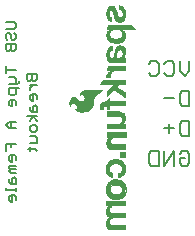
<source format=gbr>
G04 EAGLE Gerber RS-274X export*
G75*
%MOMM*%
%FSLAX34Y34*%
%LPD*%
%INSilkscreen Bottom*%
%IPPOS*%
%AMOC8*
5,1,8,0,0,1.08239X$1,22.5*%
G01*
%ADD10C,0.203200*%
%ADD11C,0.152400*%
%ADD12C,0.025400*%
%ADD13R,0.485100X0.495300*%

G36*
X81666Y127555D02*
X81666Y127555D01*
X81678Y127552D01*
X83585Y127840D01*
X83595Y127846D01*
X83607Y127846D01*
X85431Y128474D01*
X85440Y128481D01*
X85452Y128483D01*
X87133Y129430D01*
X87139Y129438D01*
X87150Y129441D01*
X88257Y130326D01*
X88261Y130334D01*
X88270Y130338D01*
X88297Y130366D01*
X88773Y130871D01*
X89242Y131369D01*
X89244Y131375D01*
X89246Y131376D01*
X89248Y131379D01*
X89253Y131383D01*
X90070Y132540D01*
X90072Y132550D01*
X90080Y132558D01*
X90680Y133788D01*
X90681Y133799D01*
X90689Y133809D01*
X91057Y135128D01*
X91055Y135139D01*
X91061Y135150D01*
X91185Y136514D01*
X91184Y136517D01*
X91184Y136518D01*
X91183Y136520D01*
X91185Y136525D01*
X91185Y138800D01*
X91250Y139168D01*
X91377Y139519D01*
X91966Y140509D01*
X92748Y141363D01*
X98230Y146235D01*
X98232Y146239D01*
X98237Y146241D01*
X98253Y146283D01*
X98272Y146324D01*
X98270Y146328D01*
X98272Y146333D01*
X98253Y146374D01*
X98238Y146416D01*
X98233Y146418D01*
X98231Y146422D01*
X98158Y146451D01*
X98147Y146455D01*
X98146Y146455D01*
X82982Y146455D01*
X82977Y146453D01*
X82971Y146455D01*
X82140Y146385D01*
X82129Y146379D01*
X82114Y146380D01*
X81315Y146140D01*
X81305Y146132D01*
X81291Y146130D01*
X80559Y145729D01*
X80551Y145719D01*
X80538Y145714D01*
X79988Y145244D01*
X79983Y145233D01*
X79971Y145226D01*
X79526Y144656D01*
X79523Y144644D01*
X79513Y144634D01*
X79192Y143986D01*
X79191Y143974D01*
X79183Y143962D01*
X78999Y143263D01*
X79001Y143252D01*
X78995Y143241D01*
X78922Y142301D01*
X78925Y142292D01*
X78922Y142281D01*
X78995Y141341D01*
X78997Y141337D01*
X78996Y141331D01*
X79072Y140848D01*
X79097Y140809D01*
X79118Y140769D01*
X79122Y140768D01*
X79124Y140765D01*
X79169Y140755D01*
X79213Y140743D01*
X79217Y140745D01*
X79221Y140744D01*
X79259Y140769D01*
X79298Y140793D01*
X79299Y140797D01*
X79303Y140799D01*
X79311Y140840D01*
X79323Y140880D01*
X79307Y141038D01*
X79335Y141176D01*
X79406Y141309D01*
X80005Y142133D01*
X80103Y142234D01*
X80119Y142251D01*
X80257Y142323D01*
X80672Y142416D01*
X81100Y142416D01*
X81516Y142323D01*
X81920Y142117D01*
X82248Y141804D01*
X82613Y141198D01*
X82820Y140520D01*
X82855Y139809D01*
X82758Y139199D01*
X82560Y138613D01*
X82267Y138070D01*
X81902Y137645D01*
X81442Y137330D01*
X80917Y137144D01*
X80361Y137101D01*
X79813Y137203D01*
X79310Y137443D01*
X78875Y137813D01*
X77334Y139266D01*
X77324Y139269D01*
X77318Y139278D01*
X75560Y140465D01*
X75547Y140467D01*
X75537Y140477D01*
X74849Y140757D01*
X74834Y140756D01*
X74819Y140765D01*
X74084Y140864D01*
X74069Y140860D01*
X74052Y140865D01*
X73315Y140778D01*
X73302Y140770D01*
X73284Y140770D01*
X72592Y140503D01*
X72581Y140492D01*
X72564Y140488D01*
X71961Y140057D01*
X71954Y140047D01*
X71942Y140041D01*
X71794Y139885D01*
X71794Y139884D01*
X71555Y139632D01*
X71317Y139380D01*
X71316Y139380D01*
X71284Y139345D01*
X71281Y139337D01*
X71273Y139332D01*
X70713Y138555D01*
X70710Y138545D01*
X70702Y138537D01*
X70314Y137757D01*
X70313Y137745D01*
X70305Y137734D01*
X70074Y136894D01*
X70075Y136882D01*
X70069Y136870D01*
X70003Y136002D01*
X70007Y135992D01*
X70003Y135980D01*
X70089Y135080D01*
X70093Y135071D01*
X70092Y135061D01*
X70312Y134183D01*
X70318Y134175D01*
X70319Y134163D01*
X70420Y133935D01*
X70572Y133579D01*
X70572Y133578D01*
X70793Y133074D01*
X70804Y133064D01*
X70809Y133047D01*
X71147Y132612D01*
X71154Y132609D01*
X71158Y132601D01*
X71183Y132576D01*
X71184Y132573D01*
X71276Y132538D01*
X71365Y132579D01*
X71398Y132664D01*
X71398Y133267D01*
X71456Y133778D01*
X71594Y134268D01*
X71849Y134749D01*
X72219Y135144D01*
X72679Y135430D01*
X73198Y135587D01*
X73501Y135599D01*
X73801Y135540D01*
X74295Y135334D01*
X74753Y135051D01*
X75163Y134700D01*
X75517Y134288D01*
X76168Y133386D01*
X76417Y132898D01*
X76515Y132369D01*
X76457Y131830D01*
X76392Y131656D01*
X76143Y131295D01*
X75804Y131021D01*
X75702Y130977D01*
X75581Y130961D01*
X74701Y130961D01*
X74660Y130944D01*
X74618Y130930D01*
X74616Y130925D01*
X74610Y130923D01*
X74594Y130882D01*
X74575Y130842D01*
X74577Y130836D01*
X74575Y130831D01*
X74587Y130804D01*
X74603Y130755D01*
X75524Y129629D01*
X75536Y129623D01*
X75543Y129611D01*
X76680Y128704D01*
X76691Y128701D01*
X76699Y128692D01*
X77633Y128190D01*
X77643Y128189D01*
X77651Y128183D01*
X78649Y127825D01*
X78658Y127825D01*
X78667Y127820D01*
X79706Y127613D01*
X79717Y127615D01*
X79727Y127611D01*
X81655Y127551D01*
X81666Y127555D01*
G37*
G36*
X111716Y186081D02*
X111716Y186081D01*
X111726Y186086D01*
X111738Y186084D01*
X113114Y186407D01*
X113123Y186414D01*
X113135Y186414D01*
X114435Y186970D01*
X114443Y186978D01*
X114454Y186980D01*
X115639Y187752D01*
X115645Y187761D01*
X115656Y187766D01*
X116363Y188423D01*
X116367Y188433D01*
X116377Y188439D01*
X116962Y189207D01*
X116964Y189218D01*
X116973Y189225D01*
X117419Y190081D01*
X117420Y190092D01*
X117428Y190101D01*
X117722Y191020D01*
X117721Y191030D01*
X117727Y191040D01*
X117916Y192252D01*
X117914Y192261D01*
X117917Y192270D01*
X117934Y193497D01*
X117931Y193505D01*
X117933Y193515D01*
X117778Y194732D01*
X117773Y194742D01*
X117773Y194754D01*
X117509Y195598D01*
X117501Y195608D01*
X117498Y195623D01*
X117061Y196392D01*
X117051Y196400D01*
X117046Y196414D01*
X116456Y197074D01*
X116444Y197080D01*
X116436Y197092D01*
X115720Y197612D01*
X115718Y197613D01*
X126822Y197613D01*
X126866Y197631D01*
X126910Y197648D01*
X126910Y197650D01*
X126913Y197651D01*
X126930Y197695D01*
X126948Y197739D01*
X126947Y197741D01*
X126948Y197743D01*
X126939Y197764D01*
X126916Y197824D01*
X123182Y201964D01*
X123176Y201966D01*
X123173Y201972D01*
X123113Y201996D01*
X123093Y202005D01*
X123090Y202004D01*
X123088Y202005D01*
X102514Y202005D01*
X102477Y201990D01*
X102438Y201980D01*
X102432Y201971D01*
X102423Y201967D01*
X102412Y201939D01*
X102390Y201903D01*
X101654Y198017D01*
X101657Y198002D01*
X101652Y197987D01*
X101667Y197955D01*
X101675Y197920D01*
X101688Y197912D01*
X101694Y197899D01*
X101733Y197884D01*
X101758Y197868D01*
X101769Y197871D01*
X101780Y197867D01*
X103697Y197891D01*
X103548Y197757D01*
X103547Y197756D01*
X103546Y197756D01*
X102581Y196867D01*
X102579Y196861D01*
X102572Y196857D01*
X102271Y196514D01*
X102267Y196503D01*
X102257Y196495D01*
X102024Y196101D01*
X102023Y196092D01*
X102016Y196084D01*
X101483Y194763D01*
X101483Y194752D01*
X101477Y194742D01*
X101375Y194260D01*
X101377Y194248D01*
X101372Y194236D01*
X101347Y192255D01*
X101351Y192244D01*
X101349Y192232D01*
X101532Y191147D01*
X101539Y191137D01*
X101539Y191123D01*
X101939Y190098D01*
X101947Y190091D01*
X101949Y190079D01*
X102490Y189177D01*
X102496Y189172D01*
X102499Y189163D01*
X103152Y188339D01*
X103162Y188333D01*
X103167Y188323D01*
X104057Y187531D01*
X104070Y187527D01*
X104079Y187515D01*
X105120Y186936D01*
X105132Y186934D01*
X105143Y186926D01*
X107256Y186252D01*
X107267Y186253D01*
X107278Y186247D01*
X109478Y185964D01*
X109489Y185967D01*
X109501Y185963D01*
X111716Y186081D01*
G37*
G36*
X117477Y27942D02*
X117477Y27942D01*
X117479Y27941D01*
X117522Y27961D01*
X117566Y27979D01*
X117566Y27981D01*
X117568Y27982D01*
X117601Y28067D01*
X117601Y32309D01*
X117600Y32311D01*
X117601Y32313D01*
X117581Y32356D01*
X117563Y32400D01*
X117561Y32400D01*
X117560Y32402D01*
X117475Y32435D01*
X107196Y32435D01*
X106316Y32542D01*
X105494Y32854D01*
X105111Y33115D01*
X104797Y33458D01*
X104571Y33864D01*
X104443Y34312D01*
X104375Y35216D01*
X104467Y36119D01*
X104593Y36529D01*
X104803Y36901D01*
X105089Y37219D01*
X105617Y37604D01*
X106212Y37877D01*
X106851Y38026D01*
X107954Y38101D01*
X117475Y38101D01*
X117477Y38102D01*
X117479Y38101D01*
X117522Y38121D01*
X117566Y38139D01*
X117566Y38141D01*
X117568Y38142D01*
X117601Y38227D01*
X117601Y42545D01*
X117600Y42547D01*
X117601Y42549D01*
X117581Y42592D01*
X117563Y42636D01*
X117561Y42636D01*
X117560Y42638D01*
X117475Y42671D01*
X106916Y42671D01*
X106253Y42751D01*
X105634Y42982D01*
X105087Y43352D01*
X104769Y43699D01*
X104536Y44108D01*
X104400Y44558D01*
X104369Y45035D01*
X104418Y45883D01*
X104500Y46323D01*
X104678Y46727D01*
X104944Y47082D01*
X105888Y47901D01*
X106426Y48185D01*
X107017Y48316D01*
X107639Y48286D01*
X107642Y48287D01*
X107645Y48286D01*
X117450Y48286D01*
X117452Y48287D01*
X117454Y48286D01*
X117497Y48306D01*
X117541Y48324D01*
X117541Y48326D01*
X117543Y48327D01*
X117576Y48412D01*
X117576Y52730D01*
X117575Y52732D01*
X117576Y52734D01*
X117556Y52777D01*
X117538Y52821D01*
X117536Y52821D01*
X117535Y52823D01*
X117450Y52856D01*
X101397Y52856D01*
X101395Y52855D01*
X101393Y52856D01*
X101350Y52836D01*
X101306Y52818D01*
X101306Y52816D01*
X101304Y52815D01*
X101271Y52730D01*
X101271Y48743D01*
X101272Y48741D01*
X101271Y48739D01*
X101291Y48696D01*
X101309Y48652D01*
X101311Y48652D01*
X101312Y48650D01*
X101397Y48617D01*
X103450Y48617D01*
X103443Y48586D01*
X103047Y48284D01*
X103044Y48278D01*
X103036Y48275D01*
X102249Y47513D01*
X102246Y47505D01*
X102239Y47501D01*
X101627Y46739D01*
X101623Y46725D01*
X101610Y46713D01*
X101206Y45823D01*
X101206Y45811D01*
X101198Y45800D01*
X100944Y44708D01*
X100946Y44699D01*
X100941Y44691D01*
X100814Y43319D01*
X100817Y43309D01*
X100814Y43298D01*
X100884Y42341D01*
X100889Y42331D01*
X100888Y42329D01*
X100889Y42327D01*
X100888Y42316D01*
X101149Y41393D01*
X101156Y41383D01*
X101158Y41370D01*
X101561Y40580D01*
X101570Y40572D01*
X101574Y40559D01*
X102120Y39861D01*
X102131Y39855D01*
X102137Y39843D01*
X102806Y39261D01*
X102818Y39258D01*
X102826Y39247D01*
X103484Y38867D01*
X103442Y38825D01*
X102961Y38370D01*
X102960Y38367D01*
X102957Y38366D01*
X102198Y37578D01*
X102195Y37569D01*
X102186Y37564D01*
X101548Y36675D01*
X101546Y36664D01*
X101538Y36656D01*
X101144Y35851D01*
X101144Y35839D01*
X101136Y35828D01*
X100904Y34963D01*
X100906Y34951D01*
X100900Y34939D01*
X100839Y34045D01*
X100842Y34036D01*
X100839Y34025D01*
X100946Y32746D01*
X100950Y32739D01*
X100948Y32732D01*
X101197Y31472D01*
X101203Y31463D01*
X101203Y31451D01*
X101529Y30585D01*
X101539Y30575D01*
X101542Y30560D01*
X102049Y29786D01*
X102061Y29779D01*
X102067Y29765D01*
X102731Y29119D01*
X102742Y29115D01*
X102745Y29110D01*
X102748Y29109D01*
X102752Y29103D01*
X103691Y28515D01*
X103704Y28513D01*
X103714Y28503D01*
X104753Y28117D01*
X104766Y28118D01*
X104778Y28111D01*
X105874Y27942D01*
X105883Y27945D01*
X105893Y27941D01*
X117475Y27941D01*
X117477Y27942D01*
G37*
G36*
X117478Y169303D02*
X117478Y169303D01*
X117504Y169304D01*
X117521Y169323D01*
X117543Y169333D01*
X117554Y169360D01*
X117570Y169378D01*
X117568Y169397D01*
X117576Y169418D01*
X117576Y173452D01*
X117579Y173488D01*
X117570Y173516D01*
X117566Y173556D01*
X117547Y173593D01*
X117525Y173612D01*
X117501Y173644D01*
X117465Y173666D01*
X117448Y173668D01*
X117432Y173680D01*
X117152Y173756D01*
X117149Y173755D01*
X117146Y173757D01*
X116117Y173984D01*
X116094Y173994D01*
X116088Y174000D01*
X116086Y174008D01*
X116087Y174017D01*
X116103Y174041D01*
X116806Y174868D01*
X116810Y174879D01*
X116820Y174888D01*
X117360Y175839D01*
X117361Y175850D01*
X117370Y175860D01*
X117722Y176895D01*
X117721Y176907D01*
X117727Y176917D01*
X117968Y178535D01*
X117965Y178545D01*
X117969Y178556D01*
X117931Y180191D01*
X117926Y180202D01*
X117928Y180216D01*
X117620Y181588D01*
X117612Y181599D01*
X117611Y181614D01*
X117005Y182883D01*
X116995Y182892D01*
X116991Y182906D01*
X116649Y183354D01*
X116639Y183360D01*
X116633Y183372D01*
X116213Y183749D01*
X116202Y183753D01*
X116194Y183763D01*
X115711Y184055D01*
X115700Y184057D01*
X115690Y184065D01*
X114697Y184438D01*
X114686Y184438D01*
X114675Y184444D01*
X113631Y184633D01*
X113620Y184630D01*
X113608Y184635D01*
X112547Y184632D01*
X112535Y184627D01*
X112520Y184629D01*
X111579Y184423D01*
X111567Y184414D01*
X111550Y184413D01*
X110688Y183984D01*
X110679Y183974D01*
X110664Y183969D01*
X110055Y183471D01*
X110049Y183460D01*
X110037Y183453D01*
X109539Y182843D01*
X109536Y182831D01*
X109525Y182822D01*
X109159Y182126D01*
X109158Y182115D01*
X109151Y182106D01*
X108667Y180621D01*
X108668Y180613D01*
X108663Y180604D01*
X108385Y179067D01*
X108386Y179063D01*
X108383Y179058D01*
X108155Y176852D01*
X107929Y175546D01*
X107764Y175077D01*
X107518Y174649D01*
X107257Y174365D01*
X107170Y174305D01*
X107073Y174263D01*
X106552Y174152D01*
X106021Y174152D01*
X105500Y174263D01*
X105186Y174402D01*
X104907Y174601D01*
X104673Y174854D01*
X104480Y175168D01*
X104352Y175514D01*
X104291Y175883D01*
X104241Y177238D01*
X104295Y177825D01*
X104460Y178386D01*
X104715Y178850D01*
X105071Y179240D01*
X105509Y179535D01*
X106004Y179719D01*
X106536Y179782D01*
X106578Y179782D01*
X106580Y179783D01*
X106582Y179782D01*
X106625Y179802D01*
X106669Y179820D01*
X106669Y179822D01*
X106671Y179823D01*
X106704Y179908D01*
X106704Y184049D01*
X106706Y184050D01*
X106716Y184092D01*
X106730Y184134D01*
X106727Y184140D01*
X106728Y184146D01*
X106712Y184171D01*
X106692Y184216D01*
X106666Y184241D01*
X106623Y184257D01*
X106574Y184276D01*
X106531Y184256D01*
X106488Y184237D01*
X105597Y184115D01*
X105586Y184109D01*
X105571Y184109D01*
X104630Y183775D01*
X104620Y183766D01*
X104606Y183763D01*
X103753Y183244D01*
X103745Y183233D01*
X103732Y183228D01*
X103002Y182545D01*
X102997Y182533D01*
X102985Y182525D01*
X102411Y181708D01*
X102408Y181696D01*
X102399Y181687D01*
X101870Y180529D01*
X101870Y180519D01*
X101863Y180510D01*
X101529Y179281D01*
X101530Y179272D01*
X101526Y179263D01*
X101312Y177523D01*
X101315Y177515D01*
X101312Y177507D01*
X101320Y175753D01*
X101323Y175746D01*
X101321Y175737D01*
X101551Y173998D01*
X101556Y173990D01*
X101555Y173979D01*
X101980Y172565D01*
X101988Y172556D01*
X101989Y172542D01*
X102683Y171239D01*
X102693Y171230D01*
X102698Y171216D01*
X103181Y170654D01*
X103195Y170647D01*
X103204Y170633D01*
X103809Y170206D01*
X103824Y170203D01*
X103836Y170191D01*
X104527Y169924D01*
X104542Y169925D01*
X104557Y169917D01*
X105293Y169826D01*
X105300Y169828D01*
X105308Y169825D01*
X110134Y169825D01*
X110136Y169826D01*
X110138Y169825D01*
X110153Y169832D01*
X110237Y169800D01*
X114575Y169825D01*
X115912Y169723D01*
X117207Y169374D01*
X117406Y169300D01*
X117431Y169301D01*
X117454Y169292D01*
X117478Y169303D01*
G37*
G36*
X117515Y139858D02*
X117515Y139858D01*
X117527Y139856D01*
X117558Y139878D01*
X117594Y139895D01*
X117598Y139906D01*
X117607Y139912D01*
X117612Y139942D01*
X117626Y139980D01*
X117601Y145060D01*
X117594Y145077D01*
X117596Y145095D01*
X117574Y145124D01*
X117562Y145150D01*
X117550Y145155D01*
X117540Y145167D01*
X110562Y149400D01*
X110768Y149612D01*
X110890Y149739D01*
X111013Y149865D01*
X111381Y150244D01*
X111504Y150370D01*
X111627Y150496D01*
X111995Y150875D01*
X112117Y151001D01*
X112169Y151055D01*
X117577Y151055D01*
X117579Y151056D01*
X117581Y151055D01*
X117624Y151075D01*
X117668Y151093D01*
X117668Y151095D01*
X117670Y151096D01*
X117703Y151181D01*
X117703Y155321D01*
X117702Y155324D01*
X117703Y155327D01*
X117666Y155410D01*
X117615Y155461D01*
X117612Y155463D01*
X117611Y155465D01*
X117526Y155498D01*
X98196Y155498D01*
X98177Y155490D01*
X98157Y155492D01*
X98130Y155471D01*
X98105Y155460D01*
X98100Y155446D01*
X98086Y155435D01*
X95724Y151295D01*
X95720Y151260D01*
X95708Y151228D01*
X95715Y151213D01*
X95713Y151197D01*
X95735Y151170D01*
X95749Y151139D01*
X95765Y151132D01*
X95775Y151120D01*
X95802Y151118D01*
X95834Y151106D01*
X107264Y151106D01*
X101790Y145631D01*
X101789Y145628D01*
X101786Y145627D01*
X101753Y145542D01*
X101753Y140868D01*
X101753Y140866D01*
X101753Y140865D01*
X101773Y140821D01*
X101791Y140777D01*
X101793Y140777D01*
X101794Y140775D01*
X101838Y140759D01*
X101883Y140742D01*
X101885Y140743D01*
X101886Y140742D01*
X101969Y140780D01*
X107535Y146471D01*
X117430Y139874D01*
X117468Y139867D01*
X117505Y139853D01*
X117515Y139858D01*
G37*
G36*
X117477Y113642D02*
X117477Y113642D01*
X117479Y113641D01*
X117522Y113661D01*
X117566Y113679D01*
X117566Y113681D01*
X117568Y113682D01*
X117601Y113767D01*
X117601Y117780D01*
X117600Y117782D01*
X117601Y117784D01*
X117581Y117827D01*
X117563Y117871D01*
X117561Y117871D01*
X117560Y117873D01*
X117475Y117906D01*
X115418Y117906D01*
X116059Y118413D01*
X116063Y118421D01*
X116072Y118425D01*
X116121Y118477D01*
X116241Y118603D01*
X116361Y118729D01*
X116480Y118855D01*
X116600Y118982D01*
X116720Y119108D01*
X116840Y119234D01*
X116857Y119252D01*
X116860Y119261D01*
X116868Y119266D01*
X117527Y120196D01*
X117529Y120205D01*
X117537Y120213D01*
X117660Y120458D01*
X117660Y120469D01*
X117667Y120478D01*
X117748Y120740D01*
X117747Y120749D01*
X117752Y120758D01*
X117976Y122236D01*
X117973Y122244D01*
X117977Y122252D01*
X118007Y123746D01*
X118003Y123756D01*
X118006Y123767D01*
X117859Y124800D01*
X117853Y124811D01*
X117853Y124824D01*
X117510Y125810D01*
X117502Y125819D01*
X117500Y125832D01*
X116974Y126734D01*
X116964Y126741D01*
X116959Y126754D01*
X116731Y127008D01*
X116720Y127014D01*
X116712Y127025D01*
X115827Y127686D01*
X115816Y127688D01*
X115807Y127698D01*
X114817Y128186D01*
X114805Y128186D01*
X114795Y128194D01*
X113732Y128494D01*
X113721Y128492D01*
X113709Y128498D01*
X112610Y128599D01*
X112604Y128597D01*
X112598Y128599D01*
X101803Y128599D01*
X101801Y128598D01*
X101799Y128599D01*
X101756Y128579D01*
X101712Y128561D01*
X101712Y128559D01*
X101710Y128558D01*
X101677Y128473D01*
X101677Y124333D01*
X101678Y124331D01*
X101677Y124329D01*
X101697Y124286D01*
X101715Y124242D01*
X101717Y124242D01*
X101718Y124240D01*
X101803Y124207D01*
X111800Y124207D01*
X112630Y124058D01*
X113398Y123715D01*
X113760Y123443D01*
X114061Y123102D01*
X114286Y122707D01*
X114509Y122018D01*
X114589Y121299D01*
X114522Y120578D01*
X114310Y119887D01*
X114022Y119377D01*
X113625Y118946D01*
X113140Y118619D01*
X112590Y118410D01*
X111386Y118185D01*
X110156Y118109D01*
X101854Y118109D01*
X101852Y118108D01*
X101850Y118109D01*
X101807Y118089D01*
X101763Y118071D01*
X101763Y118069D01*
X101761Y118068D01*
X101728Y117983D01*
X101728Y113767D01*
X101729Y113765D01*
X101728Y113763D01*
X101748Y113720D01*
X101766Y113676D01*
X101768Y113676D01*
X101769Y113674D01*
X101854Y113641D01*
X117475Y113641D01*
X117477Y113642D01*
G37*
G36*
X117452Y96497D02*
X117452Y96497D01*
X117454Y96496D01*
X117497Y96516D01*
X117541Y96534D01*
X117541Y96536D01*
X117543Y96537D01*
X117576Y96622D01*
X117576Y100711D01*
X117575Y100713D01*
X117576Y100715D01*
X117556Y100758D01*
X117538Y100802D01*
X117536Y100802D01*
X117535Y100804D01*
X117450Y100837D01*
X107804Y100837D01*
X107086Y100902D01*
X106398Y101093D01*
X105756Y101403D01*
X105369Y101699D01*
X105060Y102073D01*
X104843Y102508D01*
X104766Y102808D01*
X104749Y103124D01*
X104799Y104229D01*
X104886Y104785D01*
X105090Y105301D01*
X105404Y105758D01*
X105973Y106275D01*
X106652Y106638D01*
X107402Y106855D01*
X108185Y106935D01*
X117551Y106935D01*
X117553Y106936D01*
X117555Y106935D01*
X117598Y106955D01*
X117642Y106973D01*
X117642Y106975D01*
X117644Y106976D01*
X117677Y107061D01*
X117677Y111277D01*
X117676Y111279D01*
X117677Y111281D01*
X117657Y111324D01*
X117639Y111368D01*
X117637Y111368D01*
X117636Y111370D01*
X117551Y111403D01*
X101829Y111403D01*
X101827Y111402D01*
X101825Y111403D01*
X101782Y111383D01*
X101738Y111365D01*
X101738Y111363D01*
X101736Y111362D01*
X101703Y111277D01*
X101703Y107239D01*
X101704Y107237D01*
X101703Y107235D01*
X101723Y107192D01*
X101741Y107148D01*
X101743Y107148D01*
X101744Y107146D01*
X101829Y107113D01*
X103897Y107113D01*
X103868Y107071D01*
X103732Y106957D01*
X103354Y106680D01*
X103352Y106676D01*
X103347Y106674D01*
X102874Y106272D01*
X102870Y106265D01*
X102862Y106261D01*
X102446Y105800D01*
X102443Y105790D01*
X102433Y105782D01*
X101866Y104884D01*
X101863Y104871D01*
X101854Y104860D01*
X101485Y103864D01*
X101485Y103851D01*
X101478Y103838D01*
X101323Y102786D01*
X101326Y102776D01*
X101322Y102765D01*
X101330Y102426D01*
X101330Y102425D01*
X101352Y101542D01*
X101362Y101163D01*
X101372Y100759D01*
X101376Y100749D01*
X101374Y100736D01*
X101580Y99759D01*
X101588Y99747D01*
X101589Y99731D01*
X102011Y98826D01*
X102022Y98817D01*
X102026Y98802D01*
X102644Y98017D01*
X102655Y98011D01*
X102661Y97999D01*
X103236Y97510D01*
X103247Y97507D01*
X103254Y97497D01*
X103903Y97113D01*
X103914Y97111D01*
X103923Y97103D01*
X104628Y96834D01*
X104637Y96834D01*
X104646Y96829D01*
X105753Y96589D01*
X105762Y96591D01*
X105770Y96587D01*
X106899Y96496D01*
X106904Y96498D01*
X106909Y96496D01*
X117450Y96496D01*
X117452Y96497D01*
G37*
G36*
X111064Y54688D02*
X111064Y54688D01*
X111072Y54692D01*
X111083Y54691D01*
X113547Y55377D01*
X113561Y55388D01*
X113580Y55392D01*
X114875Y56205D01*
X114884Y56217D01*
X114899Y56225D01*
X116042Y57419D01*
X116046Y57428D01*
X116054Y57433D01*
X116841Y58550D01*
X116845Y58567D01*
X116857Y58582D01*
X117492Y60436D01*
X117491Y60450D01*
X117499Y60464D01*
X117753Y62979D01*
X117748Y62993D01*
X117752Y63009D01*
X117346Y66006D01*
X117334Y66027D01*
X117328Y66056D01*
X115550Y68901D01*
X115538Y68910D01*
X115533Y68919D01*
X115524Y68922D01*
X115511Y68940D01*
X113022Y70540D01*
X112999Y70544D01*
X112974Y70559D01*
X109088Y71169D01*
X109066Y71163D01*
X109040Y71167D01*
X105484Y70354D01*
X105463Y70339D01*
X105434Y70330D01*
X102716Y68196D01*
X102704Y68174D01*
X102681Y68153D01*
X101004Y64775D01*
X101003Y64755D01*
X100992Y64734D01*
X100815Y63261D01*
X100817Y63254D01*
X100814Y63246D01*
X100814Y63195D01*
X100822Y63175D01*
X100823Y63149D01*
X100873Y63022D01*
X100893Y63001D01*
X100905Y62975D01*
X100927Y62966D01*
X100942Y62951D01*
X100965Y62952D01*
X100990Y62942D01*
X103911Y62942D01*
X103951Y62959D01*
X103992Y62971D01*
X103996Y62978D01*
X104002Y62980D01*
X104013Y63008D01*
X104036Y63051D01*
X104186Y64146D01*
X104821Y65294D01*
X105905Y66082D01*
X106794Y66478D01*
X108268Y66752D01*
X110127Y66803D01*
X111376Y66628D01*
X112524Y66253D01*
X113551Y65715D01*
X114559Y64067D01*
X114781Y62319D01*
X114189Y60568D01*
X113208Y59489D01*
X111998Y58946D01*
X110450Y58571D01*
X109025Y58571D01*
X107096Y58822D01*
X105484Y59566D01*
X104675Y60400D01*
X104162Y61353D01*
X104063Y62540D01*
X104063Y62636D01*
X104062Y62639D01*
X104063Y62642D01*
X104043Y62684D01*
X104025Y62727D01*
X104022Y62728D01*
X104020Y62731D01*
X103935Y62762D01*
X103933Y62762D01*
X100963Y62712D01*
X100954Y62708D01*
X100945Y62711D01*
X100910Y62689D01*
X100873Y62672D01*
X100870Y62664D01*
X100862Y62659D01*
X100849Y62607D01*
X100839Y62580D01*
X100841Y62575D01*
X100840Y62570D01*
X101094Y60563D01*
X101100Y60552D01*
X101100Y60538D01*
X101659Y58912D01*
X101670Y58900D01*
X101674Y58881D01*
X103045Y56900D01*
X103058Y56892D01*
X103067Y56876D01*
X104337Y55784D01*
X104353Y55779D01*
X104368Y55765D01*
X106705Y54724D01*
X106722Y54723D01*
X106740Y54714D01*
X108925Y54434D01*
X108940Y54438D01*
X108956Y54434D01*
X111064Y54688D01*
G37*
G36*
X113674Y203912D02*
X113674Y203912D01*
X113682Y203916D01*
X113692Y203915D01*
X114356Y204058D01*
X114366Y204064D01*
X114379Y204065D01*
X115004Y204331D01*
X115013Y204339D01*
X115025Y204342D01*
X115589Y204721D01*
X115596Y204731D01*
X115607Y204736D01*
X116350Y205462D01*
X116354Y205472D01*
X116365Y205478D01*
X116971Y206322D01*
X116973Y206332D01*
X116982Y206341D01*
X117433Y207276D01*
X117434Y207287D01*
X117441Y207297D01*
X117724Y208297D01*
X117722Y208305D01*
X117727Y208314D01*
X117909Y209628D01*
X117908Y209635D01*
X117910Y209641D01*
X117957Y210968D01*
X117955Y210974D01*
X117957Y210981D01*
X117779Y213547D01*
X117774Y213556D01*
X117776Y213566D01*
X117564Y214487D01*
X117556Y214498D01*
X117555Y214512D01*
X117158Y215369D01*
X117151Y215375D01*
X117149Y215384D01*
X116387Y216578D01*
X116381Y216583D01*
X116378Y216591D01*
X115947Y217106D01*
X115936Y217111D01*
X115930Y217123D01*
X115406Y217543D01*
X115395Y217547D01*
X115386Y217557D01*
X114790Y217866D01*
X114781Y217867D01*
X114773Y217874D01*
X113503Y218306D01*
X113493Y218305D01*
X113484Y218310D01*
X112900Y218412D01*
X112893Y218411D01*
X112887Y218414D01*
X112531Y218439D01*
X112524Y218437D01*
X112518Y218439D01*
X112492Y218427D01*
X112462Y218424D01*
X112461Y218423D01*
X112460Y218423D01*
X112451Y218412D01*
X112438Y218407D01*
X112435Y218401D01*
X112429Y218398D01*
X112417Y218368D01*
X112401Y218348D01*
X112401Y218346D01*
X112400Y218345D01*
X112401Y218330D01*
X112396Y218318D01*
X112397Y218316D01*
X112396Y218313D01*
X112396Y214452D01*
X112397Y214450D01*
X112396Y214448D01*
X112416Y214405D01*
X112434Y214361D01*
X112436Y214361D01*
X112437Y214359D01*
X112522Y214326D01*
X112569Y214326D01*
X113066Y214297D01*
X113528Y214151D01*
X113942Y213895D01*
X114385Y213453D01*
X114722Y212926D01*
X114939Y212339D01*
X115012Y211777D01*
X115012Y210447D01*
X114938Y209844D01*
X114741Y209277D01*
X114429Y208764D01*
X114339Y208673D01*
X114214Y208547D01*
X114145Y208477D01*
X113800Y208268D01*
X113415Y208151D01*
X113011Y208134D01*
X112616Y208219D01*
X112254Y208400D01*
X111950Y208665D01*
X111719Y209001D01*
X111249Y210108D01*
X110943Y211281D01*
X110080Y214913D01*
X110075Y214920D01*
X110075Y214929D01*
X109769Y215737D01*
X109763Y215744D01*
X109761Y215754D01*
X109334Y216505D01*
X109327Y216511D01*
X109323Y216521D01*
X108786Y217198D01*
X108776Y217203D01*
X108770Y217214D01*
X108385Y217551D01*
X108372Y217555D01*
X108363Y217566D01*
X107916Y217815D01*
X107903Y217816D01*
X107892Y217825D01*
X107403Y217977D01*
X107391Y217975D01*
X107378Y217982D01*
X106242Y218087D01*
X106229Y218084D01*
X106216Y218087D01*
X105082Y217958D01*
X105071Y217952D01*
X105057Y217953D01*
X103973Y217595D01*
X103964Y217587D01*
X103950Y217585D01*
X103428Y217286D01*
X103421Y217276D01*
X103408Y217271D01*
X102953Y216877D01*
X102948Y216866D01*
X102937Y216859D01*
X102567Y216383D01*
X102564Y216372D01*
X102555Y216363D01*
X101901Y215082D01*
X101900Y215071D01*
X101893Y215061D01*
X101482Y213683D01*
X101483Y213672D01*
X101477Y213660D01*
X101322Y212231D01*
X101324Y212224D01*
X101322Y212217D01*
X101322Y210414D01*
X101324Y210408D01*
X101322Y210401D01*
X101462Y209008D01*
X101467Y208999D01*
X101466Y208988D01*
X101834Y207637D01*
X101842Y207628D01*
X101843Y207614D01*
X102381Y206517D01*
X102391Y206508D01*
X102395Y206494D01*
X103152Y205535D01*
X103162Y205529D01*
X103168Y205518D01*
X103563Y205170D01*
X103572Y205167D01*
X103578Y205158D01*
X104020Y204872D01*
X104030Y204870D01*
X104037Y204863D01*
X104825Y204507D01*
X104830Y204507D01*
X104834Y204503D01*
X105392Y204300D01*
X105426Y204302D01*
X105460Y204295D01*
X105474Y204304D01*
X105486Y204295D01*
X105492Y204297D01*
X105499Y204293D01*
X106210Y204217D01*
X106218Y204220D01*
X106227Y204217D01*
X106264Y204234D01*
X106304Y204246D01*
X106308Y204254D01*
X106316Y204258D01*
X106336Y204308D01*
X106349Y204334D01*
X106347Y204338D01*
X106349Y204343D01*
X106349Y208229D01*
X106331Y208273D01*
X106313Y208317D01*
X106312Y208318D01*
X106311Y208320D01*
X106292Y208327D01*
X106231Y208355D01*
X105971Y208371D01*
X105728Y208426D01*
X105376Y208576D01*
X105063Y208794D01*
X104799Y209070D01*
X104528Y209492D01*
X104339Y209959D01*
X104241Y210455D01*
X104197Y211303D01*
X104241Y212151D01*
X104326Y212600D01*
X104483Y213024D01*
X104678Y213325D01*
X104946Y213558D01*
X105288Y213713D01*
X105660Y213761D01*
X106029Y213696D01*
X106390Y213512D01*
X106683Y213229D01*
X107099Y212554D01*
X107371Y211802D01*
X107775Y209779D01*
X107776Y209778D01*
X107776Y209777D01*
X108157Y208054D01*
X108162Y208047D01*
X108162Y208038D01*
X108772Y206382D01*
X108778Y206376D01*
X108779Y206366D01*
X109184Y205610D01*
X109191Y205604D01*
X109194Y205595D01*
X109702Y204903D01*
X109712Y204898D01*
X109717Y204886D01*
X110067Y204554D01*
X110079Y204549D01*
X110088Y204538D01*
X110500Y204286D01*
X110514Y204284D01*
X110526Y204274D01*
X111529Y203937D01*
X111544Y203938D01*
X111558Y203930D01*
X112613Y203836D01*
X112622Y203839D01*
X112633Y203836D01*
X113674Y203912D01*
G37*
G36*
X111535Y72240D02*
X111535Y72240D01*
X111539Y72239D01*
X112014Y72271D01*
X112021Y72275D01*
X112031Y72273D01*
X112496Y72368D01*
X112505Y72374D01*
X112517Y72374D01*
X113908Y72916D01*
X113917Y72925D01*
X113931Y72928D01*
X115182Y73743D01*
X115189Y73754D01*
X115202Y73759D01*
X116260Y74812D01*
X116265Y74824D01*
X116277Y74833D01*
X117097Y76080D01*
X117100Y76091D01*
X117108Y76100D01*
X117570Y77193D01*
X117570Y77203D01*
X117576Y77212D01*
X117858Y78365D01*
X117857Y78375D01*
X117861Y78385D01*
X117957Y79568D01*
X117954Y79576D01*
X117957Y79586D01*
X117858Y81172D01*
X117855Y81179D01*
X117856Y81187D01*
X117574Y82750D01*
X117569Y82758D01*
X117570Y82768D01*
X117215Y83838D01*
X117209Y83846D01*
X117207Y83857D01*
X116681Y84854D01*
X116673Y84861D01*
X116669Y84872D01*
X115985Y85768D01*
X115976Y85773D01*
X115971Y85784D01*
X115148Y86554D01*
X115139Y86558D01*
X115132Y86567D01*
X114116Y87249D01*
X114106Y87251D01*
X114098Y87259D01*
X112988Y87773D01*
X112978Y87774D01*
X112969Y87780D01*
X111791Y88114D01*
X111781Y88113D01*
X111772Y88118D01*
X110556Y88263D01*
X110547Y88261D01*
X110537Y88264D01*
X108048Y88188D01*
X108039Y88184D01*
X108027Y88186D01*
X106537Y87888D01*
X106527Y87881D01*
X106514Y87881D01*
X105108Y87304D01*
X105100Y87296D01*
X105087Y87293D01*
X103816Y86459D01*
X103810Y86449D01*
X103798Y86444D01*
X102710Y85383D01*
X102705Y85372D01*
X102694Y85364D01*
X101829Y84115D01*
X101826Y84103D01*
X101817Y84094D01*
X101205Y82703D01*
X101205Y82691D01*
X101198Y82679D01*
X100865Y81173D01*
X100868Y81161D01*
X100862Y81148D01*
X100839Y79606D01*
X100842Y79597D01*
X100840Y79588D01*
X101029Y78153D01*
X101032Y78148D01*
X101031Y78142D01*
X101350Y76731D01*
X101356Y76723D01*
X101356Y76713D01*
X101813Y75556D01*
X101823Y75546D01*
X101826Y75532D01*
X102523Y74501D01*
X102534Y74494D01*
X102541Y74480D01*
X103444Y73625D01*
X103456Y73620D01*
X103466Y73608D01*
X104532Y72968D01*
X104544Y72966D01*
X104553Y72958D01*
X105708Y72533D01*
X105718Y72533D01*
X105727Y72528D01*
X106935Y72291D01*
X106949Y72294D01*
X106963Y72289D01*
X106996Y72304D01*
X107031Y72311D01*
X107039Y72324D01*
X107052Y72330D01*
X107068Y72369D01*
X107084Y72395D01*
X107081Y72405D01*
X107085Y72415D01*
X107085Y76606D01*
X107084Y76608D01*
X107085Y76610D01*
X107065Y76653D01*
X107047Y76697D01*
X107045Y76697D01*
X107044Y76699D01*
X106959Y76732D01*
X106941Y76732D01*
X106362Y76799D01*
X105820Y76992D01*
X105335Y77303D01*
X104934Y77716D01*
X104636Y78209D01*
X104375Y79001D01*
X104292Y79833D01*
X104358Y80673D01*
X104539Y81494D01*
X104725Y81908D01*
X105015Y82255D01*
X105926Y82942D01*
X106951Y83447D01*
X108054Y83752D01*
X109195Y83845D01*
X110755Y83716D01*
X112279Y83370D01*
X112996Y83055D01*
X113615Y82580D01*
X114104Y81972D01*
X114434Y81264D01*
X114615Y80485D01*
X114656Y79685D01*
X114583Y79094D01*
X114410Y78525D01*
X114142Y77995D01*
X113797Y77552D01*
X113365Y77194D01*
X112775Y76873D01*
X112138Y76658D01*
X111462Y76554D01*
X111426Y76532D01*
X111388Y76514D01*
X111385Y76506D01*
X111378Y76502D01*
X111372Y76472D01*
X111355Y76429D01*
X111355Y72365D01*
X111356Y72363D01*
X111355Y72361D01*
X111375Y72318D01*
X111393Y72274D01*
X111395Y72274D01*
X111396Y72272D01*
X111481Y72239D01*
X111531Y72239D01*
X111535Y72240D01*
G37*
G36*
X98986Y129542D02*
X98986Y129542D01*
X98988Y129541D01*
X99031Y129561D01*
X99075Y129579D01*
X99075Y129581D01*
X99077Y129582D01*
X99110Y129667D01*
X99110Y129743D01*
X99108Y129748D01*
X99110Y129755D01*
X99084Y130035D01*
X98999Y130950D01*
X99082Y131850D01*
X99179Y132132D01*
X99349Y132372D01*
X99581Y132554D01*
X100004Y132729D01*
X100466Y132792D01*
X101728Y132792D01*
X101728Y129946D01*
X101729Y129944D01*
X101728Y129942D01*
X101748Y129899D01*
X101766Y129855D01*
X101768Y129855D01*
X101769Y129853D01*
X101854Y129820D01*
X104521Y129820D01*
X104523Y129821D01*
X104525Y129820D01*
X104568Y129840D01*
X104612Y129858D01*
X104612Y129860D01*
X104614Y129861D01*
X104647Y129946D01*
X104647Y132818D01*
X117551Y132818D01*
X117553Y132819D01*
X117555Y132818D01*
X117598Y132838D01*
X117642Y132856D01*
X117642Y132858D01*
X117644Y132859D01*
X117677Y132944D01*
X117677Y137109D01*
X117676Y137111D01*
X117677Y137113D01*
X117657Y137156D01*
X117639Y137200D01*
X117637Y137200D01*
X117636Y137202D01*
X117551Y137235D01*
X104671Y137235D01*
X104647Y141098D01*
X104647Y141099D01*
X104627Y141144D01*
X104608Y141188D01*
X104607Y141189D01*
X104562Y141206D01*
X104516Y141223D01*
X104515Y141223D01*
X104432Y141186D01*
X101765Y138519D01*
X101764Y138516D01*
X101761Y138515D01*
X101728Y138430D01*
X101728Y137184D01*
X101397Y137184D01*
X101392Y137182D01*
X101387Y137184D01*
X99253Y137007D01*
X99243Y137002D01*
X99231Y137003D01*
X98664Y136855D01*
X98655Y136848D01*
X98643Y136847D01*
X98112Y136599D01*
X98104Y136590D01*
X98092Y136587D01*
X97615Y136247D01*
X97609Y136237D01*
X97597Y136231D01*
X96887Y135488D01*
X96883Y135477D01*
X96872Y135469D01*
X96322Y134601D01*
X96320Y134589D01*
X96311Y134579D01*
X95942Y133621D01*
X95942Y133608D01*
X95935Y133597D01*
X95761Y132584D01*
X95763Y132574D01*
X95760Y132567D01*
X95759Y132563D01*
X95759Y131013D01*
X95760Y131010D01*
X95759Y131006D01*
X95835Y129689D01*
X95835Y129667D01*
X95836Y129665D01*
X95835Y129663D01*
X95855Y129620D01*
X95873Y129576D01*
X95875Y129576D01*
X95876Y129574D01*
X95961Y129541D01*
X98984Y129541D01*
X98986Y129542D01*
G37*
G36*
X105412Y157126D02*
X105412Y157126D01*
X105414Y157125D01*
X105457Y157145D01*
X105501Y157163D01*
X105501Y157165D01*
X105503Y157166D01*
X105536Y157251D01*
X105536Y157277D01*
X105532Y157286D01*
X105535Y157298D01*
X105510Y157450D01*
X105508Y157452D01*
X105509Y157455D01*
X105384Y158052D01*
X105384Y159577D01*
X105476Y160119D01*
X105657Y160637D01*
X105921Y161116D01*
X106481Y161783D01*
X107173Y162308D01*
X107966Y162669D01*
X108785Y162869D01*
X109631Y162942D01*
X117450Y162942D01*
X117452Y162943D01*
X117454Y162942D01*
X117497Y162962D01*
X117541Y162980D01*
X117541Y162982D01*
X117543Y162983D01*
X117576Y163068D01*
X117576Y167234D01*
X117575Y167236D01*
X117576Y167238D01*
X117556Y167281D01*
X117538Y167325D01*
X117536Y167326D01*
X117535Y167328D01*
X117450Y167360D01*
X102565Y167334D01*
X102527Y167318D01*
X102488Y167308D01*
X102483Y167299D01*
X102474Y167296D01*
X102463Y167267D01*
X102441Y167230D01*
X101755Y163369D01*
X101758Y163356D01*
X101753Y163343D01*
X101768Y163309D01*
X101777Y163273D01*
X101788Y163266D01*
X101794Y163254D01*
X101835Y163238D01*
X101861Y163222D01*
X101870Y163224D01*
X101879Y163221D01*
X104659Y163221D01*
X104644Y163174D01*
X104376Y162995D01*
X103334Y162309D01*
X103330Y162304D01*
X103323Y162301D01*
X102940Y161985D01*
X102933Y161972D01*
X102920Y161964D01*
X102618Y161570D01*
X102617Y161565D01*
X102613Y161562D01*
X102028Y160673D01*
X102027Y160670D01*
X102024Y160667D01*
X101671Y160056D01*
X101669Y160044D01*
X101660Y160033D01*
X101437Y159363D01*
X101438Y159351D01*
X101432Y159339D01*
X101348Y158638D01*
X101351Y158628D01*
X101347Y158616D01*
X101423Y157244D01*
X101444Y157201D01*
X101464Y157158D01*
X101466Y157157D01*
X101466Y157156D01*
X101484Y157150D01*
X101549Y157125D01*
X105410Y157125D01*
X105412Y157126D01*
G37*
%LPC*%
G36*
X108318Y190347D02*
X108318Y190347D01*
X107348Y190538D01*
X106449Y190941D01*
X105663Y191538D01*
X105033Y192297D01*
X104773Y192797D01*
X104617Y193339D01*
X104572Y193906D01*
X104622Y194981D01*
X104696Y195353D01*
X104858Y195691D01*
X105414Y196404D01*
X106094Y197001D01*
X106801Y197414D01*
X107575Y197681D01*
X108390Y197791D01*
X110936Y197765D01*
X111705Y197641D01*
X112380Y197416D01*
X112392Y197417D01*
X112404Y197411D01*
X112441Y197406D01*
X112469Y197414D01*
X112479Y197414D01*
X112492Y197386D01*
X112512Y197342D01*
X112513Y197342D01*
X112513Y197341D01*
X112598Y197308D01*
X112636Y197308D01*
X112695Y197296D01*
X112755Y197254D01*
X112756Y197254D01*
X112757Y197253D01*
X112833Y197202D01*
X112839Y197201D01*
X112844Y197196D01*
X113408Y196896D01*
X113877Y196484D01*
X114240Y195975D01*
X114530Y195298D01*
X114682Y194576D01*
X114688Y193665D01*
X114509Y192774D01*
X114171Y192035D01*
X113655Y191409D01*
X112997Y190937D01*
X112236Y190648D01*
X110289Y190344D01*
X108318Y190347D01*
G37*
%LPD*%
%LPC*%
G36*
X110134Y174141D02*
X110134Y174141D01*
X109842Y174141D01*
X109969Y174283D01*
X109974Y174298D01*
X109987Y174309D01*
X110094Y174516D01*
X110095Y174528D01*
X110103Y174538D01*
X110391Y175502D01*
X110390Y175510D01*
X110394Y175517D01*
X110563Y176509D01*
X110563Y176513D01*
X110565Y176517D01*
X110717Y177960D01*
X110822Y178510D01*
X111019Y179028D01*
X111303Y179502D01*
X111547Y179770D01*
X111845Y179974D01*
X112387Y180194D01*
X112963Y180301D01*
X113547Y180290D01*
X113855Y180219D01*
X114140Y180084D01*
X114390Y179893D01*
X114687Y179531D01*
X114890Y179110D01*
X114987Y178649D01*
X115037Y177121D01*
X114888Y176079D01*
X114766Y175757D01*
X114581Y175466D01*
X114190Y175061D01*
X113946Y174808D01*
X113862Y174722D01*
X113643Y174572D01*
X113394Y174465D01*
X113229Y174418D01*
X112159Y174211D01*
X111070Y174141D01*
X110236Y174141D01*
X110234Y174140D01*
X110232Y174141D01*
X110189Y174121D01*
X110187Y174121D01*
X110134Y174141D01*
G37*
%LPD*%
D10*
X171704Y171206D02*
X171704Y163071D01*
X167637Y159004D01*
X163569Y163071D01*
X163569Y171206D01*
X152506Y171206D02*
X150472Y169173D01*
X152506Y171206D02*
X156573Y171206D01*
X158607Y169173D01*
X158607Y161038D01*
X156573Y159004D01*
X152506Y159004D01*
X150472Y161038D01*
X139408Y171206D02*
X137375Y169173D01*
X139408Y171206D02*
X143476Y171206D01*
X145510Y169173D01*
X145510Y161038D01*
X143476Y159004D01*
X139408Y159004D01*
X137375Y161038D01*
X171704Y145806D02*
X171704Y133604D01*
X165603Y133604D01*
X163569Y135638D01*
X163569Y143773D01*
X165603Y145806D01*
X171704Y145806D01*
X158607Y139705D02*
X150472Y139705D01*
X171704Y120406D02*
X171704Y108204D01*
X165603Y108204D01*
X163569Y110238D01*
X163569Y118373D01*
X165603Y120406D01*
X171704Y120406D01*
X158607Y114305D02*
X150472Y114305D01*
X154539Y110238D02*
X154539Y118373D01*
X165603Y95006D02*
X163569Y92973D01*
X165603Y95006D02*
X169670Y95006D01*
X171704Y92973D01*
X171704Y84838D01*
X169670Y82804D01*
X165603Y82804D01*
X163569Y84838D01*
X163569Y88905D01*
X167637Y88905D01*
X158607Y82804D02*
X158607Y95006D01*
X150472Y82804D01*
X150472Y95006D01*
X145510Y95006D02*
X145510Y82804D01*
X139408Y82804D01*
X137375Y84838D01*
X137375Y92973D01*
X139408Y95006D01*
X145510Y95006D01*
D11*
X23197Y204198D02*
X15995Y204198D01*
X23197Y204198D02*
X24638Y202757D01*
X24638Y199876D01*
X23197Y198436D01*
X15995Y198436D01*
X15995Y190521D02*
X17435Y189081D01*
X15995Y190521D02*
X15995Y193402D01*
X17435Y194843D01*
X18876Y194843D01*
X20316Y193402D01*
X20316Y190521D01*
X21757Y189081D01*
X23197Y189081D01*
X24638Y190521D01*
X24638Y193402D01*
X23197Y194843D01*
X24638Y185488D02*
X15995Y185488D01*
X15995Y181166D01*
X17435Y179725D01*
X18876Y179725D01*
X20316Y181166D01*
X21757Y179725D01*
X23197Y179725D01*
X24638Y181166D01*
X24638Y185488D01*
X20316Y185488D02*
X20316Y181166D01*
X24638Y163896D02*
X15995Y163896D01*
X15995Y166777D02*
X15995Y161015D01*
X18876Y157422D02*
X23197Y157422D01*
X24638Y155981D01*
X24638Y151660D01*
X26079Y151660D02*
X18876Y151660D01*
X26079Y151660D02*
X27519Y153100D01*
X27519Y154541D01*
X27519Y148067D02*
X18876Y148067D01*
X18876Y143745D01*
X20316Y142305D01*
X23197Y142305D01*
X24638Y143745D01*
X24638Y148067D01*
X24638Y137271D02*
X24638Y134390D01*
X24638Y137271D02*
X23197Y138712D01*
X20316Y138712D01*
X18876Y137271D01*
X18876Y134390D01*
X20316Y132949D01*
X21757Y132949D01*
X21757Y138712D01*
X24638Y120001D02*
X18876Y120001D01*
X15995Y117120D01*
X18876Y114239D01*
X24638Y114239D01*
X20316Y114239D02*
X20316Y120001D01*
X24638Y101291D02*
X15995Y101291D01*
X15995Y95529D01*
X20316Y98410D02*
X20316Y101291D01*
X24638Y90495D02*
X24638Y87614D01*
X24638Y90495D02*
X23197Y91936D01*
X20316Y91936D01*
X18876Y90495D01*
X18876Y87614D01*
X20316Y86173D01*
X21757Y86173D01*
X21757Y91936D01*
X24638Y82581D02*
X18876Y82581D01*
X18876Y81140D01*
X20316Y79699D01*
X24638Y79699D01*
X20316Y79699D02*
X18876Y78259D01*
X20316Y76818D01*
X24638Y76818D01*
X18876Y71785D02*
X18876Y68904D01*
X20316Y67463D01*
X24638Y67463D01*
X24638Y71785D01*
X23197Y73225D01*
X21757Y71785D01*
X21757Y67463D01*
X15995Y63870D02*
X15995Y62430D01*
X24638Y62430D01*
X24638Y63870D02*
X24638Y60989D01*
X24638Y56193D02*
X24638Y53312D01*
X24638Y56193D02*
X23197Y57633D01*
X20316Y57633D01*
X18876Y56193D01*
X18876Y53312D01*
X20316Y51871D01*
X21757Y51871D01*
X21757Y57633D01*
X33775Y160540D02*
X42418Y160540D01*
X33775Y160540D02*
X33775Y156219D01*
X35215Y154778D01*
X36656Y154778D01*
X38096Y156219D01*
X39537Y154778D01*
X40977Y154778D01*
X42418Y156219D01*
X42418Y160540D01*
X38096Y160540D02*
X38096Y156219D01*
X36656Y151185D02*
X42418Y151185D01*
X39537Y151185D02*
X36656Y148304D01*
X36656Y146864D01*
X42418Y141949D02*
X42418Y139068D01*
X42418Y141949D02*
X40977Y143389D01*
X38096Y143389D01*
X36656Y141949D01*
X36656Y139068D01*
X38096Y137627D01*
X39537Y137627D01*
X39537Y143389D01*
X36656Y132593D02*
X36656Y129712D01*
X38096Y128272D01*
X42418Y128272D01*
X42418Y132593D01*
X40977Y134034D01*
X39537Y132593D01*
X39537Y128272D01*
X42418Y124679D02*
X33775Y124679D01*
X39537Y124679D02*
X42418Y120357D01*
X39537Y124679D02*
X36656Y120357D01*
X42418Y115442D02*
X42418Y112561D01*
X40977Y111121D01*
X38096Y111121D01*
X36656Y112561D01*
X36656Y115442D01*
X38096Y116883D01*
X40977Y116883D01*
X42418Y115442D01*
X40977Y107528D02*
X36656Y107528D01*
X40977Y107528D02*
X42418Y106087D01*
X42418Y101765D01*
X36656Y101765D01*
X35215Y96732D02*
X40977Y96732D01*
X42418Y95291D01*
X36656Y95291D02*
X36656Y98173D01*
D12*
X101829Y111277D02*
X117551Y111277D01*
X101829Y111277D02*
X101829Y107239D01*
X104038Y107239D01*
X104038Y107163D01*
X104036Y107135D01*
X104032Y107107D01*
X104023Y107080D01*
X104012Y107054D01*
X103998Y107029D01*
X103981Y107006D01*
X103962Y106985D01*
X103913Y106941D01*
X103862Y106898D01*
X103810Y106858D01*
X103429Y106578D01*
X103331Y106503D01*
X103234Y106425D01*
X103139Y106344D01*
X103047Y106261D01*
X102956Y106176D01*
X102868Y106088D01*
X102783Y105998D01*
X102699Y105906D01*
X102619Y105812D01*
X102540Y105715D01*
X102540Y105716D02*
X102455Y105605D01*
X102374Y105493D01*
X102295Y105378D01*
X102220Y105261D01*
X102148Y105143D01*
X102079Y105022D01*
X102014Y104900D01*
X101951Y104775D01*
X101893Y104649D01*
X101837Y104522D01*
X101786Y104393D01*
X101737Y104263D01*
X101693Y104131D01*
X101652Y103999D01*
X101614Y103865D01*
X101580Y103730D01*
X101550Y103595D01*
X101524Y103458D01*
X101501Y103321D01*
X101482Y103184D01*
X101467Y103045D01*
X101455Y102907D01*
X101448Y102768D01*
X101438Y102433D01*
X101435Y102099D01*
X101440Y101764D01*
X101452Y101430D01*
X101471Y101096D01*
X101498Y100762D01*
X101512Y100632D01*
X101530Y100502D01*
X101552Y100374D01*
X101577Y100246D01*
X101607Y100119D01*
X101640Y99992D01*
X101677Y99867D01*
X101718Y99743D01*
X101762Y99620D01*
X101810Y99499D01*
X101862Y99379D01*
X101917Y99261D01*
X101976Y99144D01*
X102038Y99030D01*
X102103Y98917D01*
X102172Y98806D01*
X102245Y98697D01*
X102320Y98591D01*
X102399Y98487D01*
X102480Y98385D01*
X102565Y98286D01*
X102653Y98189D01*
X102743Y98095D01*
X102833Y98007D01*
X102926Y97921D01*
X103020Y97838D01*
X103117Y97758D01*
X103217Y97681D01*
X103318Y97606D01*
X103422Y97534D01*
X103527Y97466D01*
X103635Y97400D01*
X103744Y97337D01*
X103855Y97278D01*
X103968Y97221D01*
X104082Y97168D01*
X104198Y97118D01*
X104315Y97072D01*
X104433Y97028D01*
X104553Y96989D01*
X104673Y96952D01*
X104872Y96897D01*
X105072Y96848D01*
X105273Y96803D01*
X105475Y96763D01*
X105678Y96728D01*
X105882Y96698D01*
X106087Y96673D01*
X106292Y96652D01*
X106497Y96637D01*
X106703Y96627D01*
X106909Y96622D01*
X117450Y96622D01*
X117450Y100711D01*
X107798Y100711D01*
X107675Y100713D01*
X107552Y100718D01*
X107429Y100728D01*
X107306Y100740D01*
X107185Y100757D01*
X107063Y100777D01*
X106942Y100801D01*
X106822Y100829D01*
X106703Y100860D01*
X106585Y100894D01*
X106468Y100932D01*
X106352Y100974D01*
X106238Y101019D01*
X106125Y101068D01*
X106013Y101120D01*
X105903Y101175D01*
X105795Y101233D01*
X105689Y101295D01*
X105612Y101343D01*
X105537Y101395D01*
X105464Y101449D01*
X105394Y101506D01*
X105325Y101566D01*
X105259Y101629D01*
X105196Y101694D01*
X105135Y101762D01*
X105078Y101832D01*
X105023Y101904D01*
X104971Y101979D01*
X104921Y102055D01*
X104876Y102134D01*
X104833Y102214D01*
X104793Y102296D01*
X104757Y102379D01*
X104724Y102464D01*
X104700Y102535D01*
X104679Y102606D01*
X104661Y102679D01*
X104647Y102752D01*
X104635Y102826D01*
X104627Y102900D01*
X104622Y102975D01*
X104621Y103049D01*
X104623Y103124D01*
X104622Y103124D02*
X104672Y104242D01*
X104673Y104242D02*
X104680Y104339D01*
X104689Y104436D01*
X104702Y104532D01*
X104719Y104628D01*
X104740Y104724D01*
X104763Y104818D01*
X104791Y104912D01*
X104822Y105004D01*
X104856Y105095D01*
X104894Y105185D01*
X104934Y105273D01*
X104979Y105360D01*
X105026Y105445D01*
X105077Y105529D01*
X105130Y105610D01*
X105187Y105689D01*
X105246Y105767D01*
X105308Y105841D01*
X105309Y105842D02*
X105380Y105921D01*
X105453Y105999D01*
X105530Y106074D01*
X105608Y106146D01*
X105689Y106216D01*
X105772Y106283D01*
X105857Y106347D01*
X105944Y106409D01*
X106034Y106467D01*
X106125Y106523D01*
X106218Y106576D01*
X106312Y106626D01*
X106408Y106672D01*
X106506Y106716D01*
X106605Y106756D01*
X106604Y106756D02*
X106720Y106799D01*
X106838Y106839D01*
X106956Y106876D01*
X107076Y106909D01*
X107196Y106939D01*
X107317Y106966D01*
X107439Y106990D01*
X107561Y107010D01*
X107684Y107027D01*
X107807Y107041D01*
X107931Y107051D01*
X108055Y107057D01*
X108179Y107061D01*
X108180Y107061D02*
X108522Y107063D01*
X108864Y107061D01*
X117551Y107061D01*
X117551Y111277D01*
X104089Y62941D02*
X100863Y62941D01*
X104089Y62941D02*
X104089Y63170D01*
X104091Y63280D01*
X104097Y63390D01*
X104106Y63500D01*
X104120Y63610D01*
X104137Y63719D01*
X104158Y63827D01*
X104183Y63935D01*
X104212Y64041D01*
X104244Y64147D01*
X104281Y64251D01*
X104320Y64354D01*
X104363Y64455D01*
X104410Y64555D01*
X104461Y64654D01*
X104514Y64750D01*
X104571Y64845D01*
X104632Y64937D01*
X104695Y65027D01*
X104762Y65115D01*
X104831Y65201D01*
X104904Y65284D01*
X104979Y65364D01*
X105058Y65442D01*
X105139Y65517D01*
X105222Y65590D01*
X105308Y65659D01*
X105420Y65744D01*
X105535Y65825D01*
X105651Y65904D01*
X105770Y65979D01*
X105890Y66052D01*
X106013Y66121D01*
X106137Y66186D01*
X106263Y66249D01*
X106390Y66308D01*
X106519Y66363D01*
X106650Y66415D01*
X106782Y66464D01*
X106915Y66509D01*
X107049Y66550D01*
X107184Y66588D01*
X107321Y66623D01*
X107458Y66653D01*
X107596Y66680D01*
X107734Y66703D01*
X107874Y66723D01*
X108013Y66739D01*
X108153Y66751D01*
X108505Y66773D01*
X108857Y66786D01*
X109209Y66791D01*
X109562Y66787D01*
X109914Y66775D01*
X110266Y66755D01*
X110617Y66726D01*
X110766Y66710D01*
X110915Y66690D01*
X111064Y66667D01*
X111211Y66640D01*
X111358Y66610D01*
X111505Y66576D01*
X111650Y66538D01*
X111794Y66496D01*
X111937Y66451D01*
X112080Y66403D01*
X112220Y66351D01*
X112360Y66296D01*
X112498Y66237D01*
X112635Y66174D01*
X112770Y66109D01*
X112903Y66040D01*
X113003Y65984D01*
X113101Y65925D01*
X113196Y65863D01*
X113290Y65797D01*
X113381Y65728D01*
X113470Y65656D01*
X113556Y65581D01*
X113640Y65503D01*
X113720Y65422D01*
X113798Y65339D01*
X113873Y65252D01*
X113945Y65164D01*
X114014Y65072D01*
X114079Y64979D01*
X114141Y64883D01*
X114200Y64785D01*
X114255Y64685D01*
X114307Y64583D01*
X114355Y64479D01*
X114400Y64374D01*
X114441Y64268D01*
X114478Y64160D01*
X114517Y64034D01*
X114553Y63906D01*
X114584Y63778D01*
X114612Y63649D01*
X114637Y63519D01*
X114657Y63388D01*
X114674Y63257D01*
X114687Y63125D01*
X114696Y62993D01*
X114701Y62861D01*
X114703Y62729D01*
X114701Y62597D01*
X114695Y62465D01*
X114685Y62333D01*
X114671Y62201D01*
X114654Y62070D01*
X114632Y61940D01*
X114607Y61810D01*
X114579Y61681D01*
X114546Y61553D01*
X114510Y61425D01*
X114470Y61299D01*
X114427Y61174D01*
X114380Y61051D01*
X114329Y60929D01*
X114275Y60808D01*
X114229Y60712D01*
X114179Y60618D01*
X114126Y60525D01*
X114069Y60434D01*
X114010Y60345D01*
X113948Y60258D01*
X113883Y60174D01*
X113815Y60091D01*
X113744Y60011D01*
X113670Y59934D01*
X113594Y59859D01*
X113516Y59786D01*
X113435Y59717D01*
X113351Y59650D01*
X113266Y59586D01*
X113178Y59525D01*
X113088Y59467D01*
X112997Y59412D01*
X112903Y59360D01*
X112759Y59286D01*
X112614Y59216D01*
X112467Y59148D01*
X112319Y59085D01*
X112169Y59025D01*
X112018Y58969D01*
X111865Y58916D01*
X111712Y58867D01*
X111557Y58821D01*
X111401Y58780D01*
X111244Y58742D01*
X111086Y58708D01*
X110928Y58677D01*
X110768Y58651D01*
X110609Y58628D01*
X110448Y58609D01*
X110288Y58594D01*
X110126Y58583D01*
X109965Y58576D01*
X109804Y58572D01*
X109550Y58573D01*
X109297Y58580D01*
X109043Y58593D01*
X108791Y58612D01*
X108538Y58637D01*
X108287Y58668D01*
X108036Y58705D01*
X107786Y58748D01*
X107537Y58797D01*
X107290Y58852D01*
X107160Y58884D01*
X107030Y58921D01*
X106901Y58960D01*
X106774Y59003D01*
X106647Y59049D01*
X106522Y59099D01*
X106399Y59152D01*
X106276Y59208D01*
X106156Y59267D01*
X106037Y59330D01*
X105919Y59396D01*
X105804Y59465D01*
X105690Y59537D01*
X105578Y59612D01*
X105468Y59690D01*
X105361Y59771D01*
X105256Y59854D01*
X105152Y59941D01*
X105052Y60030D01*
X104953Y60122D01*
X104885Y60190D01*
X104819Y60260D01*
X104757Y60332D01*
X104697Y60407D01*
X104640Y60484D01*
X104585Y60563D01*
X104534Y60643D01*
X104486Y60726D01*
X104440Y60811D01*
X104398Y60897D01*
X104359Y60984D01*
X104324Y61073D01*
X104292Y61163D01*
X104292Y61164D02*
X104251Y61291D01*
X104214Y61419D01*
X104180Y61548D01*
X104150Y61678D01*
X104123Y61809D01*
X104100Y61940D01*
X104080Y62073D01*
X104065Y62205D01*
X104052Y62338D01*
X104044Y62471D01*
X104039Y62605D01*
X104038Y62738D01*
X100863Y62738D01*
X100863Y62586D01*
X100865Y62381D01*
X100872Y62175D01*
X100884Y61970D01*
X100900Y61766D01*
X100921Y61561D01*
X100947Y61357D01*
X100977Y61154D01*
X101011Y60952D01*
X101051Y60750D01*
X101095Y60550D01*
X101143Y60350D01*
X101190Y60174D01*
X101241Y59999D01*
X101296Y59825D01*
X101356Y59653D01*
X101419Y59482D01*
X101486Y59313D01*
X101557Y59145D01*
X101632Y58979D01*
X101711Y58814D01*
X101794Y58652D01*
X101880Y58492D01*
X101970Y58333D01*
X102064Y58177D01*
X102161Y58023D01*
X102263Y57871D01*
X102367Y57722D01*
X102475Y57575D01*
X102586Y57431D01*
X102701Y57289D01*
X102819Y57150D01*
X102820Y57150D02*
X102947Y57007D01*
X103078Y56867D01*
X103212Y56730D01*
X103350Y56597D01*
X103490Y56467D01*
X103634Y56340D01*
X103780Y56217D01*
X103930Y56097D01*
X104082Y55981D01*
X104238Y55869D01*
X104395Y55760D01*
X104556Y55655D01*
X104719Y55554D01*
X104884Y55457D01*
X105051Y55364D01*
X105221Y55275D01*
X105393Y55190D01*
X105566Y55110D01*
X105742Y55033D01*
X105920Y54961D01*
X106099Y54893D01*
X106279Y54829D01*
X106462Y54770D01*
X106645Y54715D01*
X106830Y54665D01*
X107016Y54619D01*
X107203Y54577D01*
X107391Y54540D01*
X107580Y54507D01*
X107769Y54479D01*
X107959Y54456D01*
X108150Y54437D01*
X108341Y54423D01*
X108532Y54413D01*
X108724Y54408D01*
X108915Y54407D01*
X109216Y54413D01*
X109518Y54427D01*
X109819Y54448D01*
X110120Y54477D01*
X110420Y54513D01*
X110718Y54556D01*
X111016Y54607D01*
X111312Y54664D01*
X111607Y54730D01*
X111900Y54802D01*
X112192Y54881D01*
X112481Y54968D01*
X112768Y55061D01*
X113053Y55162D01*
X113335Y55270D01*
X113335Y55269D02*
X113486Y55331D01*
X113636Y55397D01*
X113784Y55466D01*
X113930Y55539D01*
X114075Y55615D01*
X114217Y55695D01*
X114358Y55778D01*
X114497Y55865D01*
X114633Y55955D01*
X114767Y56048D01*
X114899Y56144D01*
X115029Y56244D01*
X115156Y56347D01*
X115280Y56453D01*
X115402Y56561D01*
X115521Y56673D01*
X115638Y56788D01*
X115751Y56905D01*
X115862Y57025D01*
X115970Y57148D01*
X116075Y57273D01*
X116176Y57401D01*
X116275Y57532D01*
X116370Y57664D01*
X116462Y57799D01*
X116551Y57937D01*
X116636Y58076D01*
X116718Y58217D01*
X116797Y58360D01*
X116872Y58506D01*
X116944Y58652D01*
X117011Y58801D01*
X117076Y58951D01*
X117136Y59103D01*
X117193Y59256D01*
X117246Y59411D01*
X117325Y59661D01*
X117399Y59912D01*
X117466Y60165D01*
X117528Y60420D01*
X117583Y60675D01*
X117632Y60933D01*
X117675Y61191D01*
X117712Y61450D01*
X117743Y61710D01*
X117768Y61971D01*
X117787Y62232D01*
X117799Y62494D01*
X117805Y62755D01*
X117805Y63017D01*
X117800Y63230D01*
X117790Y63443D01*
X117775Y63656D01*
X117754Y63869D01*
X117729Y64081D01*
X117698Y64292D01*
X117662Y64503D01*
X117622Y64712D01*
X117576Y64921D01*
X117525Y65128D01*
X117469Y65334D01*
X117408Y65539D01*
X117342Y65742D01*
X117272Y65944D01*
X117196Y66143D01*
X117116Y66341D01*
X117031Y66537D01*
X116942Y66731D01*
X116847Y66923D01*
X116748Y67112D01*
X116645Y67299D01*
X116537Y67483D01*
X116425Y67664D01*
X116308Y67843D01*
X116187Y68019D01*
X116062Y68192D01*
X115933Y68362D01*
X115799Y68529D01*
X115708Y68638D01*
X115613Y68744D01*
X115517Y68849D01*
X115418Y68950D01*
X115316Y69050D01*
X115212Y69147D01*
X115105Y69241D01*
X114997Y69333D01*
X114886Y69422D01*
X114773Y69508D01*
X114657Y69591D01*
X114540Y69672D01*
X114421Y69750D01*
X114300Y69825D01*
X114299Y69825D02*
X114128Y69925D01*
X113953Y70022D01*
X113777Y70114D01*
X113599Y70202D01*
X113418Y70286D01*
X113236Y70366D01*
X113051Y70441D01*
X112865Y70512D01*
X112678Y70578D01*
X112488Y70640D01*
X112298Y70698D01*
X112106Y70751D01*
X111913Y70799D01*
X111719Y70843D01*
X111523Y70882D01*
X111327Y70917D01*
X111328Y70917D02*
X111055Y70958D01*
X110782Y70993D01*
X110509Y71021D01*
X110234Y71042D01*
X109959Y71057D01*
X109684Y71065D01*
X109409Y71067D01*
X109134Y71062D01*
X108859Y71050D01*
X108584Y71031D01*
X108310Y71006D01*
X108037Y70974D01*
X107764Y70936D01*
X107493Y70891D01*
X107309Y70856D01*
X107125Y70816D01*
X106943Y70772D01*
X106761Y70724D01*
X106581Y70672D01*
X106402Y70615D01*
X106225Y70554D01*
X106049Y70488D01*
X105874Y70419D01*
X105702Y70345D01*
X105531Y70267D01*
X105362Y70185D01*
X105195Y70100D01*
X105030Y70010D01*
X104867Y69916D01*
X104707Y69819D01*
X104549Y69717D01*
X104393Y69612D01*
X104240Y69503D01*
X104090Y69391D01*
X103942Y69275D01*
X103798Y69156D01*
X103656Y69033D01*
X103517Y68906D01*
X103381Y68777D01*
X103248Y68644D01*
X103118Y68508D01*
X102992Y68369D01*
X102869Y68227D01*
X102750Y68083D01*
X102634Y67935D01*
X102521Y67785D01*
X102412Y67632D01*
X102307Y67476D01*
X102206Y67318D01*
X102108Y67158D01*
X102002Y66974D01*
X101901Y66789D01*
X101804Y66601D01*
X101712Y66410D01*
X101624Y66218D01*
X101540Y66024D01*
X101461Y65827D01*
X101387Y65629D01*
X101318Y65429D01*
X101253Y65228D01*
X101193Y65025D01*
X101138Y64821D01*
X101088Y64615D01*
X101043Y64409D01*
X101002Y64201D01*
X100967Y63993D01*
X100936Y63783D01*
X100910Y63573D01*
X100889Y63363D01*
X100874Y63152D01*
X100863Y62941D01*
D13*
X115126Y91707D03*
M02*

</source>
